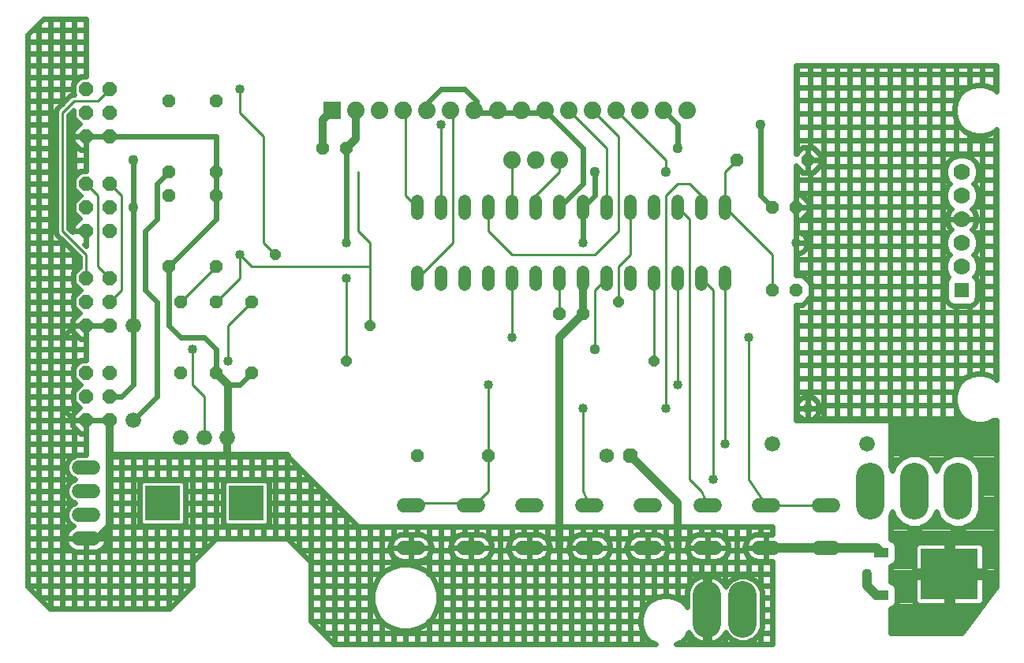
<source format=gtl>
G75*
%MOIN*%
%OFA0B0*%
%FSLAX24Y24*%
%IPPOS*%
%LPD*%
%AMOC8*
5,1,8,0,0,1.08239X$1,22.5*
%
%ADD10R,0.0740X0.0740*%
%ADD11C,0.0740*%
%ADD12C,0.0520*%
%ADD13OC8,0.0520*%
%ADD14OC8,0.0620*%
%ADD15C,0.0620*%
%ADD16C,0.0660*%
%ADD17R,0.1500X0.1500*%
%ADD18R,0.2441X0.2126*%
%ADD19R,0.0630X0.0394*%
%ADD20R,0.0594X0.0594*%
%ADD21C,0.0700*%
%ADD22C,0.0600*%
%ADD23OC8,0.0600*%
%ADD24C,0.1185*%
%ADD25C,0.1200*%
%ADD26C,0.0240*%
%ADD27C,0.0320*%
%ADD28C,0.0400*%
%ADD29C,0.0436*%
%ADD30C,0.0400*%
%ADD31C,0.0100*%
%ADD32C,0.0440*%
%ADD33OC8,0.0436*%
D10*
X019161Y028996D03*
D11*
X020161Y028996D03*
X021161Y028996D03*
X022161Y028996D03*
X023161Y028996D03*
X024161Y028996D03*
X025161Y028996D03*
X026161Y028996D03*
X027161Y028996D03*
X028161Y028996D03*
X029161Y028996D03*
X030161Y028996D03*
X031161Y028996D03*
X032161Y028996D03*
X033161Y028996D03*
X034161Y028996D03*
X028760Y026893D03*
X027760Y026893D03*
X026760Y026893D03*
D12*
X026760Y025153D02*
X026760Y024633D01*
X027760Y024633D02*
X027760Y025153D01*
X028760Y025153D02*
X028760Y024633D01*
X029760Y024633D02*
X029760Y025153D01*
X030760Y025153D02*
X030760Y024633D01*
X031760Y024633D02*
X031760Y025153D01*
X032760Y025153D02*
X032760Y024633D01*
X033760Y024633D02*
X033760Y025153D01*
X034760Y025153D02*
X034760Y024633D01*
X035760Y024633D02*
X035760Y025153D01*
X035760Y022153D02*
X035760Y021633D01*
X034760Y021633D02*
X034760Y022153D01*
X033760Y022153D02*
X033760Y021633D01*
X032760Y021633D02*
X032760Y022153D01*
X031760Y022153D02*
X031760Y021633D01*
X030760Y021633D02*
X030760Y022153D01*
X029760Y022153D02*
X029760Y021633D01*
X028760Y021633D02*
X028760Y022153D01*
X027760Y022153D02*
X027760Y021633D01*
X026760Y021633D02*
X026760Y022153D01*
X025760Y022153D02*
X025760Y021633D01*
X024760Y021633D02*
X024760Y022153D01*
X023760Y022153D02*
X023760Y021633D01*
X022760Y021633D02*
X022760Y022153D01*
X022760Y024633D02*
X022760Y025153D01*
X023760Y025153D02*
X023760Y024633D01*
X024760Y024633D02*
X024760Y025153D01*
X025760Y025153D02*
X025760Y024633D01*
D13*
X028760Y020393D03*
X029760Y020393D03*
X037760Y021393D03*
X038760Y021393D03*
X038760Y024893D03*
X037760Y024893D03*
X039260Y026893D03*
X036260Y026893D03*
X025760Y014393D03*
X022760Y014393D03*
X015760Y017893D03*
X014260Y017893D03*
X012760Y017893D03*
X012760Y020893D03*
X014260Y020893D03*
X015760Y020893D03*
X014260Y022393D03*
X012260Y022393D03*
X012260Y025393D03*
X012260Y026393D03*
X014260Y026393D03*
X014260Y025393D03*
X018760Y027393D03*
X019760Y027393D03*
X014260Y029393D03*
X012260Y029393D03*
D14*
X031760Y014393D03*
D15*
X030760Y014393D03*
D16*
X037760Y014893D03*
X041760Y014893D03*
X014744Y015149D03*
X013760Y015149D03*
X012775Y015149D03*
X010760Y015893D03*
X010760Y019893D03*
D17*
X011988Y012393D03*
X015531Y012393D03*
D18*
X045244Y009393D03*
D19*
X042370Y008496D03*
X042370Y010291D03*
D20*
X045760Y021393D03*
D21*
X045760Y022393D03*
X045760Y023393D03*
X045760Y024393D03*
X045760Y025393D03*
X045760Y026393D03*
D22*
X040340Y012283D02*
X039740Y012283D01*
X037780Y012283D02*
X037180Y012283D01*
X035340Y012283D02*
X034740Y012283D01*
X032780Y012283D02*
X032180Y012283D01*
X030340Y012283D02*
X029740Y012283D01*
X027780Y012283D02*
X027180Y012283D01*
X025340Y012283D02*
X024740Y012283D01*
X022780Y012283D02*
X022180Y012283D01*
X022180Y010503D02*
X022780Y010503D01*
X024740Y010503D02*
X025340Y010503D01*
X027180Y010503D02*
X027780Y010503D01*
X029740Y010503D02*
X030340Y010503D01*
X032180Y010503D02*
X032780Y010503D01*
X034740Y010503D02*
X035340Y010503D01*
X037180Y010503D02*
X037780Y010503D01*
X039740Y010503D02*
X040340Y010503D01*
X009060Y010893D02*
X008460Y010893D01*
X008460Y011893D02*
X009060Y011893D01*
X009060Y012893D02*
X008460Y012893D01*
X008460Y013893D02*
X009060Y013893D01*
D23*
X008760Y015893D03*
X009760Y015893D03*
X009760Y016893D03*
X009760Y017893D03*
X008760Y017893D03*
X008760Y016893D03*
X008760Y019893D03*
X009760Y019893D03*
X009760Y020893D03*
X009760Y021893D03*
X008760Y021893D03*
X008760Y020893D03*
X008760Y023893D03*
X009760Y023893D03*
X009760Y024893D03*
X008760Y024893D03*
X008760Y025893D03*
X009760Y025893D03*
X009760Y027893D03*
X009760Y028893D03*
X008760Y028893D03*
X008760Y027893D03*
X008760Y029893D03*
X009760Y029893D03*
D24*
X035010Y008486D02*
X035010Y007301D01*
X036510Y007301D02*
X036510Y008486D01*
D25*
X041910Y012293D02*
X041910Y013493D01*
X043760Y013493D02*
X043760Y012293D01*
X045610Y012293D02*
X045610Y013493D01*
D26*
X007240Y007913D02*
X006280Y008873D01*
X006280Y032178D01*
X006975Y032873D01*
X008760Y032873D01*
X008760Y030413D01*
X008544Y030413D01*
X008240Y030109D01*
X008240Y029678D01*
X008254Y029663D01*
X008206Y029663D01*
X008107Y029622D01*
X008031Y029546D01*
X007531Y029046D01*
X007490Y028947D01*
X007490Y023840D01*
X007531Y023740D01*
X007607Y023664D01*
X008490Y022781D01*
X008490Y022359D01*
X008240Y022109D01*
X008240Y021678D01*
X008524Y021393D01*
X008240Y021109D01*
X008240Y020678D01*
X008489Y020429D01*
X008190Y020129D01*
X008190Y019893D01*
X008190Y019657D01*
X008523Y019323D01*
X008760Y019323D01*
X008760Y019893D01*
X008760Y018413D01*
X008544Y018413D01*
X008240Y018109D01*
X008240Y017678D01*
X008524Y017393D01*
X008240Y017109D01*
X008240Y016678D01*
X008489Y016429D01*
X008190Y016129D01*
X008190Y015893D01*
X008190Y015657D01*
X008523Y015323D01*
X008760Y015323D01*
X008760Y015893D01*
X008760Y014413D01*
X008356Y014413D01*
X008165Y014334D01*
X008019Y014188D01*
X007940Y013997D01*
X007940Y013790D01*
X008019Y013599D01*
X008165Y013452D01*
X008308Y013393D01*
X008165Y013334D01*
X008019Y013188D01*
X007940Y012997D01*
X007940Y012790D01*
X008019Y012599D01*
X008165Y012452D01*
X008308Y012393D01*
X008165Y012334D01*
X008019Y012188D01*
X007940Y011997D01*
X007940Y011790D01*
X008019Y011599D01*
X008165Y011452D01*
X008240Y011421D01*
X008161Y011381D01*
X008088Y011328D01*
X008025Y011265D01*
X007972Y011192D01*
X007931Y011112D01*
X007904Y011027D01*
X007890Y010938D01*
X007890Y010893D01*
X007890Y010848D01*
X007904Y010760D01*
X007931Y010675D01*
X007972Y010595D01*
X008025Y010522D01*
X008088Y010459D01*
X008161Y010406D01*
X008241Y010365D01*
X008326Y010337D01*
X008415Y010323D01*
X008760Y010323D01*
X009104Y010323D01*
X009193Y010337D01*
X009278Y010365D01*
X009358Y010406D01*
X009431Y010459D01*
X009494Y010522D01*
X009547Y010595D01*
X009588Y010675D01*
X009615Y010760D01*
X009630Y010848D01*
X009630Y010893D01*
X008760Y010893D01*
X008760Y010893D01*
X008760Y010323D01*
X008760Y010893D01*
X008760Y010893D01*
X009260Y010893D01*
X009260Y010893D01*
X009630Y010893D01*
X009630Y010938D01*
X009615Y011027D01*
X009588Y011112D01*
X009551Y011185D01*
X009760Y011393D01*
X020260Y011393D01*
X020260Y006413D01*
X020760Y006413D02*
X020760Y011393D01*
X021260Y011393D02*
X021260Y009380D01*
X021273Y009393D02*
X018260Y009393D01*
X018260Y008893D02*
X020939Y008893D01*
X020950Y008936D02*
X020855Y008578D01*
X020855Y008208D01*
X020950Y007851D01*
X021135Y007531D01*
X021397Y007269D01*
X021717Y007084D01*
X022075Y006988D01*
X022444Y006988D01*
X022802Y007084D01*
X023122Y007269D01*
X023384Y007531D01*
X023569Y007851D01*
X023665Y008208D01*
X023665Y008578D01*
X023569Y008936D01*
X023384Y009256D01*
X023122Y009518D01*
X022802Y009703D01*
X022444Y009798D01*
X022075Y009798D01*
X021717Y009703D01*
X021397Y009518D01*
X021135Y009256D01*
X020950Y008936D01*
X020855Y008393D02*
X018260Y008393D01*
X018260Y007893D02*
X020939Y007893D01*
X021260Y007406D02*
X021260Y006413D01*
X021760Y006413D02*
X021760Y007073D01*
X022260Y006988D02*
X022260Y006413D01*
X022760Y006413D02*
X022760Y007073D01*
X023246Y007393D02*
X032188Y007393D01*
X032188Y007252D02*
X032261Y006980D01*
X032402Y006736D01*
X032602Y006536D01*
X032815Y006413D01*
X019240Y006413D01*
X018260Y007393D01*
X018260Y013393D01*
X009760Y013393D01*
X009760Y013893D02*
X017760Y013893D01*
X017760Y010393D01*
X021620Y010393D01*
X021624Y010370D02*
X021651Y010285D01*
X021692Y010205D01*
X021745Y010132D01*
X021808Y010069D01*
X021881Y010016D01*
X021961Y009975D01*
X022046Y009947D01*
X022135Y009933D01*
X022480Y009933D01*
X022824Y009933D01*
X022913Y009947D01*
X022998Y009975D01*
X023078Y010016D01*
X023151Y010069D01*
X023214Y010132D01*
X023267Y010205D01*
X023308Y010285D01*
X023335Y010370D01*
X023350Y010458D01*
X023350Y010503D01*
X022480Y010503D01*
X022480Y010503D01*
X022480Y009933D01*
X022480Y010503D01*
X022480Y010503D01*
X023350Y010503D01*
X023350Y010548D01*
X023335Y010637D01*
X023308Y010722D01*
X023267Y010802D01*
X023214Y010875D01*
X023151Y010938D01*
X023078Y010991D01*
X022998Y011032D01*
X022913Y011059D01*
X022824Y011073D01*
X022480Y011073D01*
X022480Y010503D01*
X022480Y010503D01*
X021610Y010503D01*
X021610Y010458D01*
X021624Y010370D01*
X021610Y010503D02*
X022480Y010503D01*
X022480Y010503D01*
X022480Y011073D01*
X022135Y011073D01*
X022046Y011059D01*
X021961Y011032D01*
X021881Y010991D01*
X021808Y010938D01*
X021745Y010875D01*
X021692Y010802D01*
X021651Y010722D01*
X021624Y010637D01*
X021610Y010548D01*
X021610Y010503D01*
X021760Y010503D02*
X021760Y010503D01*
X021760Y010117D02*
X021760Y009714D01*
X022260Y009798D02*
X022260Y009933D01*
X022760Y009933D02*
X022760Y009714D01*
X023246Y009393D02*
X037760Y009393D01*
X037760Y008893D02*
X037220Y008893D01*
X037198Y008946D02*
X036970Y009175D01*
X036671Y009298D01*
X036348Y009298D01*
X036049Y009175D01*
X035821Y008946D01*
X035787Y008864D01*
X035785Y008868D01*
X035728Y008966D01*
X035659Y009056D01*
X035579Y009136D01*
X035490Y009204D01*
X035392Y009261D01*
X035287Y009304D01*
X035178Y009334D01*
X035087Y009346D01*
X035087Y007971D01*
X034932Y007971D01*
X034932Y009346D01*
X034841Y009334D01*
X034732Y009304D01*
X034627Y009261D01*
X034529Y009204D01*
X034440Y009136D01*
X034360Y009056D01*
X034291Y008966D01*
X034234Y008868D01*
X034191Y008764D01*
X034162Y008654D01*
X034147Y008542D01*
X034147Y007998D01*
X034117Y008051D01*
X033917Y008250D01*
X033673Y008391D01*
X033401Y008464D01*
X033118Y008464D01*
X032846Y008391D01*
X032602Y008250D01*
X032402Y008051D01*
X032261Y007807D01*
X032188Y007534D01*
X032188Y007252D01*
X032260Y006987D02*
X032260Y006413D01*
X032311Y006893D02*
X018760Y006893D01*
X018760Y012893D01*
X016501Y012893D01*
X016501Y013234D02*
X016372Y013363D01*
X014690Y013363D01*
X014561Y013234D01*
X014561Y011552D01*
X014690Y011423D01*
X016372Y011423D01*
X016501Y011552D01*
X016501Y013234D01*
X016260Y013363D02*
X016260Y014393D01*
X016760Y014393D02*
X016760Y010893D01*
X017260Y010893D02*
X017260Y014393D01*
X020260Y011393D01*
X037760Y011393D01*
X037760Y011073D01*
X037480Y011073D01*
X037480Y010503D01*
X037480Y009933D01*
X037760Y009933D01*
X037760Y006413D01*
X033704Y006413D01*
X033917Y006536D01*
X034117Y006736D01*
X034229Y006931D01*
X034234Y006919D01*
X034291Y006821D01*
X034360Y006731D01*
X034440Y006651D01*
X034529Y006582D01*
X034627Y006526D01*
X034732Y006482D01*
X034841Y006453D01*
X034932Y006441D01*
X034932Y007816D01*
X035087Y007816D01*
X035087Y006441D01*
X035178Y006453D01*
X035287Y006482D01*
X035392Y006526D01*
X035490Y006582D01*
X035579Y006651D01*
X035659Y006731D01*
X035728Y006821D01*
X035785Y006919D01*
X035787Y006923D01*
X035821Y006841D01*
X036049Y006612D01*
X036348Y006488D01*
X036671Y006488D01*
X036970Y006612D01*
X037198Y006841D01*
X037322Y007139D01*
X037322Y008647D01*
X037198Y008946D01*
X037260Y008798D02*
X037260Y009933D01*
X037135Y009933D02*
X037480Y009933D01*
X037480Y010503D01*
X037480Y010503D01*
X037480Y010503D01*
X036610Y010503D01*
X036610Y010458D01*
X036624Y010370D01*
X036651Y010285D01*
X036692Y010205D01*
X036745Y010132D01*
X036808Y010069D01*
X036881Y010016D01*
X036961Y009975D01*
X037046Y009947D01*
X037135Y009933D01*
X036760Y010117D02*
X036760Y009262D01*
X036260Y009262D02*
X036260Y011393D01*
X036760Y011393D02*
X036760Y010889D01*
X036763Y010893D02*
X035756Y010893D01*
X035760Y010889D02*
X035760Y011393D01*
X035558Y011032D02*
X035473Y011059D01*
X035384Y011073D01*
X035040Y011073D01*
X035040Y010503D01*
X035040Y010503D01*
X035910Y010503D01*
X035910Y010458D01*
X035895Y010370D01*
X035868Y010285D01*
X035827Y010205D01*
X035774Y010132D01*
X035711Y010069D01*
X035638Y010016D01*
X035558Y009975D01*
X035473Y009947D01*
X035384Y009933D01*
X035040Y009933D01*
X035040Y010503D01*
X035040Y010503D01*
X035910Y010503D01*
X035910Y010548D01*
X035895Y010637D01*
X035868Y010722D01*
X035827Y010802D01*
X035774Y010875D01*
X035711Y010938D01*
X035638Y010991D01*
X035558Y011032D01*
X035260Y011073D02*
X035260Y011393D01*
X035040Y011073D02*
X034695Y011073D01*
X034606Y011059D01*
X034521Y011032D01*
X034441Y010991D01*
X034368Y010938D01*
X034305Y010875D01*
X034252Y010802D01*
X034211Y010722D01*
X034184Y010637D01*
X034170Y010548D01*
X034170Y010503D01*
X034170Y010458D01*
X034184Y010370D01*
X034211Y010285D01*
X034252Y010205D01*
X034305Y010132D01*
X034368Y010069D01*
X034441Y010016D01*
X034521Y009975D01*
X034606Y009947D01*
X034695Y009933D01*
X035040Y009933D01*
X035040Y010503D01*
X035040Y010503D01*
X034170Y010503D01*
X035040Y010503D01*
X035040Y010503D01*
X035040Y011073D01*
X035040Y010893D02*
X035040Y010893D01*
X034760Y011073D02*
X034760Y011393D01*
X034260Y011393D02*
X034260Y010812D01*
X034323Y010893D02*
X033196Y010893D01*
X033214Y010875D02*
X033151Y010938D01*
X033078Y010991D01*
X032998Y011032D01*
X032913Y011059D01*
X032824Y011073D01*
X032480Y011073D01*
X032480Y010503D01*
X032480Y010503D01*
X033350Y010503D01*
X033350Y010458D01*
X033335Y010370D01*
X033308Y010285D01*
X033267Y010205D01*
X033214Y010132D01*
X033151Y010069D01*
X033078Y010016D01*
X032998Y009975D01*
X032913Y009947D01*
X032824Y009933D01*
X032480Y009933D01*
X032480Y010503D01*
X032480Y010503D01*
X033350Y010503D01*
X033350Y010548D01*
X033335Y010637D01*
X033308Y010722D01*
X033267Y010802D01*
X033214Y010875D01*
X033260Y010812D02*
X033260Y011393D01*
X033760Y011393D02*
X033760Y008342D01*
X033666Y008393D02*
X034147Y008393D01*
X034249Y008893D02*
X023580Y008893D01*
X023665Y008393D02*
X032853Y008393D01*
X032760Y008342D02*
X032760Y009933D01*
X032480Y009933D02*
X032480Y010503D01*
X032480Y010503D01*
X031610Y010503D01*
X031610Y010458D01*
X031624Y010370D01*
X031651Y010285D01*
X031692Y010205D01*
X031745Y010132D01*
X031808Y010069D01*
X031881Y010016D01*
X031961Y009975D01*
X032046Y009947D01*
X032135Y009933D01*
X032480Y009933D01*
X032260Y009933D02*
X032260Y007800D01*
X032311Y007893D02*
X023580Y007893D01*
X023260Y007406D02*
X023260Y006413D01*
X023760Y006413D02*
X023760Y011393D01*
X024260Y011393D02*
X024260Y010812D01*
X024252Y010802D02*
X024211Y010722D01*
X024184Y010637D01*
X024170Y010548D01*
X024170Y010503D01*
X024170Y010458D01*
X024184Y010370D01*
X024211Y010285D01*
X024252Y010205D01*
X024305Y010132D01*
X024368Y010069D01*
X024441Y010016D01*
X024521Y009975D01*
X024606Y009947D01*
X024695Y009933D01*
X025040Y009933D01*
X025384Y009933D01*
X025473Y009947D01*
X025558Y009975D01*
X025638Y010016D01*
X025711Y010069D01*
X025774Y010132D01*
X025827Y010205D01*
X025868Y010285D01*
X025895Y010370D01*
X025910Y010458D01*
X025910Y010503D01*
X025040Y010503D01*
X025040Y010503D01*
X025040Y009933D01*
X025040Y010503D01*
X025040Y010503D01*
X025910Y010503D01*
X025910Y010548D01*
X025895Y010637D01*
X025868Y010722D01*
X025827Y010802D01*
X025774Y010875D01*
X025711Y010938D01*
X025638Y010991D01*
X025558Y011032D01*
X025473Y011059D01*
X025384Y011073D01*
X025040Y011073D01*
X025040Y010503D01*
X025040Y010503D01*
X024170Y010503D01*
X025040Y010503D01*
X025040Y010503D01*
X025040Y011073D01*
X024695Y011073D01*
X024606Y011059D01*
X024521Y011032D01*
X024441Y010991D01*
X024368Y010938D01*
X024305Y010875D01*
X024252Y010802D01*
X024323Y010893D02*
X023196Y010893D01*
X023260Y010812D02*
X023260Y011393D01*
X022760Y011393D02*
X022760Y011073D01*
X022480Y010893D02*
X022480Y010893D01*
X022260Y011073D02*
X022260Y011393D01*
X021760Y011393D02*
X021760Y010889D01*
X021763Y010893D02*
X009260Y010893D01*
X009260Y010893D01*
X008760Y010893D01*
X008760Y007913D01*
X008760Y010893D01*
X008760Y007913D01*
X012280Y007913D01*
X013260Y008893D01*
X008760Y008893D01*
X006280Y008893D01*
X006280Y009393D02*
X008760Y009393D01*
X013260Y009393D01*
X013260Y009893D02*
X013260Y008893D01*
X012760Y008393D02*
X012760Y011423D01*
X012829Y011423D02*
X012958Y011552D01*
X012958Y013234D01*
X012829Y013363D01*
X011147Y013363D01*
X011018Y013234D01*
X011018Y011552D01*
X011147Y011423D01*
X012829Y011423D01*
X012958Y011893D02*
X014561Y011893D01*
X014561Y012393D02*
X012958Y012393D01*
X012958Y012893D02*
X014561Y012893D01*
X014760Y013363D02*
X014760Y014393D01*
X015260Y014393D02*
X015260Y013363D01*
X015760Y013363D02*
X015760Y014393D01*
X017260Y014393D02*
X009760Y014393D01*
X009760Y007913D01*
X010260Y007913D02*
X010260Y014393D01*
X010760Y014393D02*
X010760Y007913D01*
X011260Y007913D02*
X011260Y011423D01*
X011760Y011423D02*
X011760Y007913D01*
X012260Y007913D02*
X012260Y011423D01*
X011018Y011893D02*
X009760Y011893D01*
X009760Y011393D02*
X009760Y014393D01*
X008760Y014893D02*
X006280Y014893D01*
X006280Y015393D02*
X008453Y015393D01*
X008260Y015587D02*
X008260Y014373D01*
X008308Y014393D02*
X006280Y014393D01*
X006280Y013893D02*
X007940Y013893D01*
X008260Y013413D02*
X008260Y013373D01*
X008308Y013393D02*
X006280Y013393D01*
X006280Y012893D02*
X007940Y012893D01*
X008260Y012413D02*
X008260Y012373D01*
X008308Y012393D02*
X006280Y012393D01*
X006280Y011893D02*
X007940Y011893D01*
X008185Y011393D02*
X006280Y011393D01*
X006280Y010893D02*
X008760Y010893D01*
X008760Y010893D01*
X007890Y010893D01*
X008760Y010893D01*
X008760Y010893D01*
X008760Y010393D02*
X008760Y010393D01*
X008760Y010393D01*
X008760Y009893D02*
X013260Y009893D01*
X013260Y014393D01*
X013760Y014393D02*
X013760Y010393D01*
X009334Y010393D01*
X009260Y010359D02*
X009260Y007913D01*
X008760Y007913D02*
X007240Y007913D01*
X007260Y007913D02*
X007260Y032873D01*
X007760Y032873D02*
X007760Y029275D01*
X007878Y029393D02*
X006280Y029393D01*
X006280Y029893D02*
X008240Y029893D01*
X008260Y030129D02*
X008260Y032873D01*
X008760Y032393D02*
X006495Y032393D01*
X006760Y032658D02*
X006760Y008393D01*
X008760Y008393D01*
X012760Y008393D01*
X013260Y009893D02*
X014260Y010893D01*
X014260Y014393D01*
X012760Y014393D02*
X012760Y013363D01*
X012260Y013363D02*
X012260Y014393D01*
X011760Y014393D02*
X011760Y013363D01*
X011260Y013363D02*
X011260Y014393D01*
X011018Y012893D02*
X009760Y012893D01*
X009760Y012393D02*
X011018Y012393D01*
X008260Y010893D02*
X008260Y010893D01*
X008185Y010393D02*
X006280Y010393D01*
X006280Y009893D02*
X008760Y009893D01*
X008260Y010359D02*
X008260Y007913D01*
X007760Y007913D02*
X007760Y023511D01*
X007878Y023393D02*
X006280Y023393D01*
X006280Y022893D02*
X008378Y022893D01*
X008260Y023011D02*
X008260Y022129D01*
X008240Y021893D02*
X006280Y021893D01*
X006280Y021393D02*
X008524Y021393D01*
X008260Y021129D02*
X008260Y021658D01*
X008240Y020893D02*
X006280Y020893D01*
X006280Y020393D02*
X008453Y020393D01*
X008260Y020199D02*
X008260Y020658D01*
X008260Y019893D02*
X008260Y019893D01*
X008760Y019893D01*
X008760Y019893D01*
X009760Y019893D01*
X010760Y019893D02*
X010760Y024893D01*
X010760Y026893D01*
X011760Y025893D02*
X012260Y026393D01*
X011760Y025893D02*
X011760Y024393D01*
X011260Y023893D01*
X011260Y021393D01*
X011760Y020893D01*
X011760Y016893D01*
X010760Y015893D01*
X009760Y015893D02*
X008760Y015893D01*
X008760Y015893D01*
X008260Y015893D01*
X008260Y015893D01*
X007760Y016393D01*
X007760Y019393D01*
X008260Y019893D01*
X008190Y019893D02*
X008760Y019893D01*
X008760Y019893D01*
X006280Y019893D01*
X006280Y019393D02*
X008453Y019393D01*
X008260Y019587D02*
X008260Y018129D01*
X008240Y017893D02*
X006280Y017893D01*
X006280Y017393D02*
X008524Y017393D01*
X008260Y017129D02*
X008260Y017658D01*
X008524Y018393D02*
X006280Y018393D01*
X006280Y018893D02*
X008760Y018893D01*
X008760Y019393D02*
X008760Y019393D01*
X008760Y019893D02*
X008190Y019893D01*
X010760Y019893D02*
X010760Y017393D01*
X010260Y016893D01*
X009760Y016893D01*
X008453Y016393D02*
X006280Y016393D01*
X006280Y015893D02*
X008760Y015893D01*
X008190Y015893D01*
X008760Y015893D01*
X008760Y015893D01*
X008760Y015393D02*
X008760Y015393D01*
X008260Y016199D02*
X008260Y016658D01*
X008240Y016893D02*
X006280Y016893D01*
X012260Y019893D02*
X012760Y019393D01*
X013760Y019393D01*
X014260Y018893D01*
X014260Y017893D01*
X014760Y017393D02*
X015260Y017393D01*
X015760Y017893D01*
X012260Y019893D02*
X012260Y022393D01*
X014260Y024393D01*
X014260Y025393D01*
X014260Y026393D01*
X014260Y027893D01*
X009760Y027893D01*
X008760Y027893D01*
X008760Y026413D01*
X008544Y026413D01*
X008240Y026109D01*
X008240Y025678D01*
X008524Y025393D01*
X008240Y025109D01*
X008240Y024678D01*
X008489Y024429D01*
X008190Y024129D01*
X008190Y023893D01*
X008190Y023845D01*
X008030Y024005D01*
X008030Y028781D01*
X008240Y028991D01*
X008240Y028678D01*
X008489Y028429D01*
X008190Y028129D01*
X008190Y027893D01*
X008190Y027657D01*
X008523Y027323D01*
X008760Y027323D01*
X008760Y027893D01*
X008760Y027893D01*
X008190Y027893D01*
X008760Y027893D01*
X008760Y027893D01*
X008030Y027893D01*
X008260Y027893D02*
X008260Y027893D01*
X008260Y027587D02*
X008260Y026129D01*
X008240Y025893D02*
X008030Y025893D01*
X008260Y025658D02*
X008260Y025129D01*
X008240Y024893D02*
X008030Y024893D01*
X008260Y024658D02*
X008260Y024199D01*
X008453Y024393D02*
X008030Y024393D01*
X008141Y023893D02*
X008760Y023893D01*
X008760Y023275D01*
X008711Y023323D01*
X008760Y023323D01*
X008760Y023893D01*
X008760Y023893D01*
X008190Y023893D01*
X008760Y023893D01*
X008760Y023893D01*
X008260Y023893D02*
X008260Y023893D01*
X008760Y023393D02*
X008760Y023393D01*
X008490Y022393D02*
X006280Y022393D01*
X006280Y023893D02*
X007490Y023893D01*
X007490Y024393D02*
X006280Y024393D01*
X006280Y024893D02*
X007490Y024893D01*
X007490Y025393D02*
X006280Y025393D01*
X006280Y025893D02*
X007490Y025893D01*
X007490Y026393D02*
X006280Y026393D01*
X006280Y026893D02*
X007490Y026893D01*
X007490Y027393D02*
X006280Y027393D01*
X006280Y027893D02*
X007490Y027893D01*
X007490Y028393D02*
X006280Y028393D01*
X006280Y028893D02*
X007490Y028893D01*
X008141Y028893D02*
X008240Y028893D01*
X008260Y028658D02*
X008260Y028199D01*
X008453Y028393D02*
X008030Y028393D01*
X008030Y027393D02*
X008453Y027393D01*
X008760Y027393D02*
X008760Y027393D01*
X008760Y026893D02*
X008030Y026893D01*
X008030Y026393D02*
X008524Y026393D01*
X008524Y025393D02*
X008030Y025393D01*
X008524Y030393D02*
X006280Y030393D01*
X006280Y030893D02*
X008760Y030893D01*
X008760Y031393D02*
X006280Y031393D01*
X006280Y031893D02*
X008760Y031893D01*
X019760Y027393D02*
X019760Y023393D01*
X025260Y028893D02*
X025161Y028992D01*
X025161Y028996D01*
X025260Y029094D01*
X025260Y029393D01*
X024760Y029893D01*
X023760Y029893D01*
X023161Y029295D01*
X023161Y028996D01*
X025260Y028893D02*
X026260Y028893D01*
X026161Y028996D01*
X026260Y028893D02*
X027260Y028893D01*
X027161Y028996D01*
X027260Y028893D02*
X028260Y028893D01*
X028161Y028996D01*
X028260Y028893D02*
X029760Y027393D01*
X029760Y025893D01*
X028760Y024893D01*
X029760Y024893D02*
X030260Y025393D01*
X030260Y026393D01*
X029760Y024893D02*
X029760Y023393D01*
X033760Y027393D02*
X033760Y028397D01*
X033161Y028996D01*
X037260Y028393D02*
X037260Y025393D01*
X037760Y024893D01*
X038760Y024893D02*
X038760Y026644D01*
X039040Y026363D01*
X039260Y026363D01*
X039479Y026363D01*
X039790Y026674D01*
X039790Y026893D01*
X039260Y026893D01*
X039260Y026893D01*
X039260Y026363D01*
X039260Y026893D01*
X039260Y026893D01*
X039790Y026893D01*
X039790Y027113D01*
X039479Y027423D01*
X039260Y027423D01*
X039260Y026893D01*
X039260Y026893D01*
X039260Y027423D01*
X039040Y027423D01*
X038760Y027143D01*
X038760Y030893D01*
X047240Y030893D01*
X047240Y029794D01*
X047181Y029853D01*
X046937Y029994D01*
X046664Y030067D01*
X046382Y030067D01*
X046110Y029994D01*
X045866Y029853D01*
X045666Y029653D01*
X045525Y029409D01*
X045452Y029137D01*
X045452Y028855D01*
X045525Y028582D01*
X045666Y028338D01*
X045866Y028139D01*
X046110Y027997D01*
X046382Y027924D01*
X046664Y027924D01*
X046937Y027997D01*
X047181Y028139D01*
X047240Y028197D01*
X047240Y017590D01*
X047181Y017648D01*
X046937Y017789D01*
X046664Y017862D01*
X046382Y017862D01*
X046110Y017789D01*
X045866Y017648D01*
X045666Y017449D01*
X045525Y017204D01*
X045452Y016932D01*
X045452Y016650D01*
X045525Y016377D01*
X045666Y016133D01*
X045866Y015934D01*
X045936Y015893D01*
X038760Y015893D01*
X038760Y020773D01*
X039016Y020773D01*
X039380Y021136D01*
X039380Y021650D01*
X039016Y022013D01*
X038760Y022013D01*
X038760Y023393D01*
X038760Y023393D01*
X039230Y023393D01*
X039230Y023356D01*
X039218Y023283D01*
X039195Y023213D01*
X039161Y023147D01*
X039118Y023087D01*
X039066Y023035D01*
X039006Y022991D01*
X038940Y022958D01*
X038870Y022935D01*
X038797Y022923D01*
X038760Y022923D01*
X038760Y023393D01*
X038760Y023393D01*
X039230Y023393D01*
X039230Y023430D01*
X039218Y023503D01*
X039195Y023574D01*
X039161Y023640D01*
X039118Y023699D01*
X039066Y023752D01*
X039006Y023795D01*
X038940Y023829D01*
X038870Y023852D01*
X038797Y023863D01*
X038760Y023863D01*
X038760Y023393D01*
X038760Y023393D01*
X038760Y024893D01*
X038760Y024893D01*
X039290Y024893D01*
X039290Y024674D01*
X038979Y024363D01*
X038760Y024363D01*
X038760Y024893D01*
X038760Y024893D01*
X039290Y024893D01*
X039290Y025113D01*
X038979Y025423D01*
X038760Y025423D01*
X038760Y024893D01*
X038760Y024893D01*
X038800Y024893D02*
X038800Y024893D01*
X038760Y024933D02*
X038760Y024933D01*
X038800Y025423D02*
X038800Y026604D01*
X038790Y026613D02*
X038760Y026613D01*
X039260Y026613D02*
X039260Y026613D01*
X039360Y026363D02*
X039360Y021670D01*
X039380Y021573D02*
X045103Y021573D01*
X045103Y021762D02*
X045103Y021025D01*
X045157Y020893D01*
X045259Y020791D01*
X045391Y020736D01*
X046128Y020736D01*
X046260Y020791D01*
X046362Y020893D01*
X046416Y021025D01*
X046416Y021762D01*
X046362Y021894D01*
X046313Y021943D01*
X046361Y021991D01*
X046470Y022252D01*
X046470Y022535D01*
X046361Y022795D01*
X046264Y022893D01*
X046361Y022991D01*
X046470Y023252D01*
X046470Y023535D01*
X046361Y023795D01*
X046200Y023957D01*
X046232Y023989D01*
X046290Y024068D01*
X046334Y024155D01*
X046364Y024248D01*
X046380Y024345D01*
X046380Y024393D01*
X045760Y024393D01*
X045760Y024393D01*
X046380Y024393D01*
X046380Y024442D01*
X046364Y024538D01*
X046334Y024631D01*
X046290Y024718D01*
X046232Y024797D01*
X046200Y024830D01*
X046361Y024991D01*
X046470Y025252D01*
X046470Y025535D01*
X046361Y025795D01*
X046264Y025893D01*
X046361Y025991D01*
X046470Y026252D01*
X046470Y026535D01*
X046361Y026795D01*
X046162Y026995D01*
X045901Y027103D01*
X045618Y027103D01*
X045357Y026995D01*
X045158Y026795D01*
X045050Y026535D01*
X045050Y026252D01*
X045158Y025991D01*
X045255Y025893D01*
X045158Y025795D01*
X045050Y025535D01*
X045050Y025252D01*
X045158Y024991D01*
X045319Y024830D01*
X045287Y024797D01*
X045229Y024718D01*
X045185Y024631D01*
X045155Y024538D01*
X045140Y024442D01*
X045140Y024393D01*
X045140Y024345D01*
X045155Y024248D01*
X045185Y024155D01*
X045229Y024068D01*
X045287Y023989D01*
X045319Y023957D01*
X045158Y023795D01*
X045050Y023535D01*
X045050Y023252D01*
X045158Y022991D01*
X045255Y022893D01*
X045158Y022795D01*
X045050Y022535D01*
X045050Y022252D01*
X045158Y021991D01*
X045206Y021943D01*
X045157Y021894D01*
X045103Y021762D01*
X045099Y022133D02*
X038760Y022133D01*
X038800Y022013D02*
X038800Y022924D01*
X038760Y022693D02*
X045115Y022693D01*
X045050Y023253D02*
X039208Y023253D01*
X038800Y023393D02*
X038800Y023393D01*
X038760Y023253D02*
X038760Y023253D01*
X038760Y023813D02*
X038760Y023813D01*
X038800Y023863D02*
X038800Y024363D01*
X038760Y024373D02*
X038760Y024373D01*
X038989Y024373D02*
X045140Y024373D01*
X045140Y024393D02*
X045760Y024393D01*
X045760Y024393D01*
X045140Y024393D01*
X045520Y024393D02*
X045520Y024393D01*
X045215Y024933D02*
X039290Y024933D01*
X038760Y025493D02*
X045050Y025493D01*
X045132Y026053D02*
X038760Y026053D01*
X039360Y026893D02*
X039360Y026893D01*
X039260Y027173D02*
X039260Y027173D01*
X039360Y027423D02*
X039360Y030893D01*
X038800Y030893D02*
X038800Y027183D01*
X038790Y027173D02*
X038760Y027173D01*
X038760Y027733D02*
X047240Y027733D01*
X047200Y028157D02*
X047200Y017630D01*
X047172Y017653D02*
X047240Y017653D01*
X047240Y018213D02*
X038760Y018213D01*
X038760Y017653D02*
X045875Y017653D01*
X046080Y017772D02*
X046080Y020736D01*
X046412Y021013D02*
X047240Y021013D01*
X047240Y020453D02*
X038760Y020453D01*
X038800Y020773D02*
X038800Y016557D01*
X038807Y016581D02*
X038783Y016508D01*
X038771Y016432D01*
X038771Y016393D01*
X038771Y016355D01*
X038783Y016279D01*
X038807Y016206D01*
X038842Y016137D01*
X038887Y016075D01*
X038942Y016021D01*
X039004Y015976D01*
X039072Y015941D01*
X039145Y015917D01*
X039221Y015905D01*
X039260Y015905D01*
X039298Y015905D01*
X039374Y015917D01*
X039447Y015941D01*
X039515Y015976D01*
X039577Y016021D01*
X039632Y016075D01*
X039677Y016137D01*
X039712Y016206D01*
X039736Y016279D01*
X039748Y016355D01*
X039748Y016393D01*
X039260Y016393D01*
X039260Y016393D01*
X039260Y015905D01*
X039260Y016393D01*
X039260Y016393D01*
X039748Y016393D01*
X039748Y016432D01*
X039736Y016508D01*
X039712Y016581D01*
X039677Y016649D01*
X039632Y016711D01*
X039577Y016766D01*
X039515Y016811D01*
X039447Y016846D01*
X039374Y016869D01*
X039298Y016881D01*
X039260Y016881D01*
X039260Y016393D01*
X039260Y016393D01*
X038771Y016393D01*
X039260Y016393D01*
X039260Y016393D01*
X039260Y016881D01*
X039221Y016881D01*
X039145Y016869D01*
X039072Y016846D01*
X039004Y016811D01*
X038942Y016766D01*
X038887Y016711D01*
X038842Y016649D01*
X038807Y016581D01*
X038792Y016533D02*
X038760Y016533D01*
X038800Y016393D02*
X038800Y016393D01*
X038800Y016229D02*
X038800Y015893D01*
X038760Y015973D02*
X039009Y015973D01*
X039260Y015973D02*
X039260Y015973D01*
X039360Y015915D02*
X039360Y015893D01*
X039510Y015973D02*
X045826Y015973D01*
X045936Y015893D02*
X046110Y015793D01*
X046382Y015720D01*
X046664Y015720D01*
X046937Y015793D01*
X047111Y015893D01*
X047240Y015893D01*
X047240Y008867D01*
X045760Y006893D01*
X042760Y006893D01*
X042760Y007940D01*
X042889Y007994D01*
X042990Y008095D01*
X043045Y008227D01*
X043045Y008764D01*
X042990Y008896D01*
X042889Y008998D01*
X042760Y009051D01*
X042760Y009735D01*
X042889Y009789D01*
X042990Y009890D01*
X043045Y010022D01*
X043045Y010559D01*
X042990Y010692D01*
X042889Y010793D01*
X042760Y010846D01*
X042760Y011837D01*
X042835Y012018D01*
X042946Y011750D01*
X043216Y011479D01*
X043569Y011333D01*
X043950Y011333D01*
X044303Y011479D01*
X044573Y011750D01*
X044685Y012018D01*
X044796Y011750D01*
X045066Y011479D01*
X045419Y011333D01*
X045800Y011333D01*
X046153Y011479D01*
X046423Y011750D01*
X046570Y012102D01*
X046570Y013684D01*
X046423Y014037D01*
X046153Y014307D01*
X045800Y014453D01*
X045419Y014453D01*
X045066Y014307D01*
X044796Y014037D01*
X044685Y013769D01*
X044573Y014037D01*
X044303Y014307D01*
X043950Y014453D01*
X043569Y014453D01*
X043216Y014307D01*
X042946Y014037D01*
X042835Y013769D01*
X042760Y013950D01*
X042760Y015893D01*
X045936Y015893D01*
X045520Y015893D02*
X045520Y016398D01*
X045483Y016533D02*
X039727Y016533D01*
X039360Y016393D02*
X039360Y016393D01*
X039260Y016533D02*
X039260Y016533D01*
X039360Y016872D02*
X039360Y021116D01*
X039256Y021013D02*
X045107Y021013D01*
X045520Y020736D02*
X045520Y017184D01*
X045495Y017093D02*
X038760Y017093D01*
X039920Y015893D02*
X039920Y030893D01*
X040480Y030893D02*
X040480Y015893D01*
X041040Y015893D02*
X041040Y030893D01*
X041600Y030893D02*
X041600Y015893D01*
X042160Y015893D02*
X042160Y030893D01*
X042720Y030893D02*
X042720Y015893D01*
X042760Y015672D02*
X047240Y015672D01*
X047240Y015433D02*
X042760Y015433D01*
X042760Y015195D02*
X047240Y015195D01*
X047240Y014956D02*
X042760Y014956D01*
X042760Y014718D02*
X047240Y014718D01*
X047240Y014479D02*
X042760Y014479D01*
X042760Y014241D02*
X043149Y014241D01*
X042931Y014002D02*
X042760Y014002D01*
X044370Y014241D02*
X044999Y014241D01*
X044781Y014002D02*
X044588Y014002D01*
X046220Y014241D02*
X047240Y014241D01*
X047240Y014002D02*
X046438Y014002D01*
X046537Y013764D02*
X047240Y013764D01*
X047240Y013525D02*
X046570Y013525D01*
X046570Y013287D02*
X047240Y013287D01*
X047240Y013048D02*
X046570Y013048D01*
X046570Y012810D02*
X047240Y012810D01*
X047240Y012571D02*
X046570Y012571D01*
X046570Y012333D02*
X047240Y012333D01*
X047240Y012094D02*
X046566Y012094D01*
X046467Y011856D02*
X047240Y011856D01*
X047240Y011617D02*
X046291Y011617D01*
X045910Y011379D02*
X047240Y011379D01*
X047240Y011140D02*
X042760Y011140D01*
X042760Y010902D02*
X047240Y010902D01*
X047240Y010663D02*
X046639Y010663D01*
X046636Y010666D02*
X046592Y010696D01*
X046543Y010716D01*
X046491Y010726D01*
X045364Y010726D01*
X045364Y009513D01*
X046734Y009513D01*
X046734Y010483D01*
X046724Y010535D01*
X046704Y010584D01*
X046674Y010628D01*
X046636Y010666D01*
X046734Y010425D02*
X047240Y010425D01*
X047240Y010186D02*
X046734Y010186D01*
X046734Y009948D02*
X047240Y009948D01*
X047240Y009709D02*
X046734Y009709D01*
X046734Y009273D02*
X046734Y008304D01*
X046724Y008252D01*
X046704Y008202D01*
X046674Y008158D01*
X046636Y008121D01*
X046592Y008091D01*
X046543Y008071D01*
X046491Y008060D01*
X045364Y008060D01*
X045364Y009273D01*
X045124Y009273D01*
X045124Y008060D01*
X043997Y008060D01*
X043945Y008071D01*
X043895Y008091D01*
X043851Y008121D01*
X043814Y008158D01*
X043784Y008202D01*
X043764Y008252D01*
X043753Y008304D01*
X043753Y009273D01*
X045124Y009273D01*
X045124Y009513D01*
X043753Y009513D01*
X043753Y010483D01*
X043764Y010535D01*
X043784Y010584D01*
X043814Y010628D01*
X043851Y010666D01*
X043895Y010696D01*
X043945Y010716D01*
X043997Y010726D01*
X045124Y010726D01*
X045124Y009513D01*
X045364Y009513D01*
X045364Y009273D01*
X046734Y009273D01*
X046734Y009232D02*
X047240Y009232D01*
X047240Y008994D02*
X046734Y008994D01*
X046734Y008755D02*
X047156Y008755D01*
X046977Y008517D02*
X046734Y008517D01*
X046729Y008278D02*
X046798Y008278D01*
X046619Y008040D02*
X042935Y008040D01*
X043045Y008278D02*
X043758Y008278D01*
X043753Y008517D02*
X043045Y008517D01*
X043045Y008755D02*
X043753Y008755D01*
X043753Y008994D02*
X042893Y008994D01*
X042760Y009232D02*
X043753Y009232D01*
X043753Y009709D02*
X042760Y009709D01*
X042760Y009471D02*
X045124Y009471D01*
X045124Y009709D02*
X045364Y009709D01*
X045364Y009471D02*
X047240Y009471D01*
X045364Y009232D02*
X045124Y009232D01*
X045124Y008994D02*
X045364Y008994D01*
X045364Y008755D02*
X045124Y008755D01*
X045124Y008517D02*
X045364Y008517D01*
X045364Y008278D02*
X045124Y008278D01*
X046262Y007563D02*
X042760Y007563D01*
X042760Y007801D02*
X046441Y007801D01*
X046083Y007324D02*
X042760Y007324D01*
X042760Y007086D02*
X045904Y007086D01*
X045364Y009948D02*
X045124Y009948D01*
X045124Y010186D02*
X045364Y010186D01*
X045364Y010425D02*
X045124Y010425D01*
X045124Y010663D02*
X045364Y010663D01*
X045309Y011379D02*
X044060Y011379D01*
X044441Y011617D02*
X044928Y011617D01*
X044752Y011856D02*
X044617Y011856D01*
X043459Y011379D02*
X042760Y011379D01*
X042760Y011617D02*
X043078Y011617D01*
X042902Y011856D02*
X042767Y011856D01*
X043002Y010663D02*
X043848Y010663D01*
X043753Y010425D02*
X043045Y010425D01*
X043045Y010186D02*
X043753Y010186D01*
X043753Y009948D02*
X043014Y009948D01*
X037760Y009893D02*
X018260Y009893D01*
X017260Y010893D01*
X014260Y010893D01*
X014760Y010893D02*
X014760Y011423D01*
X015260Y011423D02*
X015260Y010893D01*
X015760Y010893D02*
X015760Y011423D01*
X016260Y011423D02*
X016260Y010893D01*
X016501Y011893D02*
X019760Y011893D01*
X019760Y006413D01*
X019260Y006413D02*
X019260Y012393D01*
X016501Y012393D01*
X018260Y009893D02*
X018260Y007393D01*
X021273Y007393D01*
X023260Y009380D02*
X023260Y010194D01*
X023339Y010393D02*
X024180Y010393D01*
X024260Y010503D02*
X024260Y010503D01*
X024260Y010194D02*
X024260Y006413D01*
X024760Y006413D02*
X024760Y009933D01*
X025260Y009933D02*
X025260Y006413D01*
X025760Y006413D02*
X025760Y010117D01*
X025899Y010393D02*
X026620Y010393D01*
X026624Y010370D02*
X026651Y010285D01*
X026692Y010205D01*
X026745Y010132D01*
X026808Y010069D01*
X026881Y010016D01*
X026961Y009975D01*
X027046Y009947D01*
X027135Y009933D01*
X027480Y009933D01*
X027824Y009933D01*
X027913Y009947D01*
X027998Y009975D01*
X028078Y010016D01*
X028151Y010069D01*
X028214Y010132D01*
X028267Y010205D01*
X028308Y010285D01*
X028335Y010370D01*
X028350Y010458D01*
X028350Y010503D01*
X027480Y010503D01*
X027480Y010503D01*
X027480Y009933D01*
X027480Y010503D01*
X027480Y010503D01*
X028350Y010503D01*
X028350Y010548D01*
X028335Y010637D01*
X028308Y010722D01*
X028267Y010802D01*
X028214Y010875D01*
X028151Y010938D01*
X028078Y010991D01*
X027998Y011032D01*
X027913Y011059D01*
X027824Y011073D01*
X027480Y011073D01*
X027480Y010503D01*
X027480Y010503D01*
X026610Y010503D01*
X026610Y010458D01*
X026624Y010370D01*
X026610Y010503D02*
X027480Y010503D01*
X027480Y010503D01*
X027480Y011073D01*
X027135Y011073D01*
X027046Y011059D01*
X026961Y011032D01*
X026881Y010991D01*
X026808Y010938D01*
X026745Y010875D01*
X026692Y010802D01*
X026651Y010722D01*
X026624Y010637D01*
X026610Y010548D01*
X026610Y010503D01*
X026760Y010503D02*
X026760Y010503D01*
X026760Y010117D02*
X026760Y006413D01*
X027260Y006413D02*
X027260Y009933D01*
X027760Y009933D02*
X027760Y006413D01*
X028260Y006413D02*
X028260Y010194D01*
X028339Y010393D02*
X029180Y010393D01*
X029184Y010370D02*
X029211Y010285D01*
X029252Y010205D01*
X029305Y010132D01*
X029368Y010069D01*
X029441Y010016D01*
X029521Y009975D01*
X029606Y009947D01*
X029695Y009933D01*
X030040Y009933D01*
X030384Y009933D01*
X030473Y009947D01*
X030558Y009975D01*
X030638Y010016D01*
X030711Y010069D01*
X030774Y010132D01*
X030827Y010205D01*
X030868Y010285D01*
X030895Y010370D01*
X030910Y010458D01*
X030910Y010503D01*
X030040Y010503D01*
X030040Y010503D01*
X030040Y009933D01*
X030040Y010503D01*
X030040Y010503D01*
X030910Y010503D01*
X030910Y010548D01*
X030895Y010637D01*
X030868Y010722D01*
X030827Y010802D01*
X030774Y010875D01*
X030711Y010938D01*
X030638Y010991D01*
X030558Y011032D01*
X030473Y011059D01*
X030384Y011073D01*
X030040Y011073D01*
X030040Y010503D01*
X030040Y010503D01*
X029170Y010503D01*
X029170Y010458D01*
X029184Y010370D01*
X029170Y010503D02*
X030040Y010503D01*
X030040Y010503D01*
X030040Y011073D01*
X029695Y011073D01*
X029606Y011059D01*
X029521Y011032D01*
X029441Y010991D01*
X029368Y010938D01*
X029305Y010875D01*
X029252Y010802D01*
X029211Y010722D01*
X029184Y010637D01*
X029170Y010548D01*
X029170Y010503D01*
X029260Y010503D02*
X029260Y010503D01*
X029260Y010194D02*
X029260Y006413D01*
X029760Y006413D02*
X029760Y009933D01*
X030260Y009933D02*
X030260Y006413D01*
X030760Y006413D02*
X030760Y010117D01*
X030899Y010393D02*
X031620Y010393D01*
X031610Y010503D02*
X032480Y010503D01*
X032480Y010503D01*
X032480Y011073D01*
X032135Y011073D01*
X032046Y011059D01*
X031961Y011032D01*
X031881Y010991D01*
X031808Y010938D01*
X031745Y010875D01*
X031692Y010802D01*
X031651Y010722D01*
X031624Y010637D01*
X031610Y010548D01*
X031610Y010503D01*
X031760Y010503D02*
X031760Y010503D01*
X031760Y010117D02*
X031760Y006413D01*
X031260Y006413D02*
X031260Y011393D01*
X031760Y011393D02*
X031760Y010889D01*
X031763Y010893D02*
X030756Y010893D01*
X030760Y010889D02*
X030760Y011393D01*
X030260Y011393D02*
X030260Y011073D01*
X030040Y010893D02*
X030040Y010893D01*
X029760Y011073D02*
X029760Y011393D01*
X029260Y011393D02*
X029260Y010812D01*
X029323Y010893D02*
X028196Y010893D01*
X028260Y010812D02*
X028260Y011393D01*
X028760Y011393D02*
X028760Y006413D01*
X026260Y006413D02*
X026260Y011393D01*
X026760Y011393D02*
X026760Y010889D01*
X026763Y010893D02*
X025756Y010893D01*
X025760Y010889D02*
X025760Y011393D01*
X025260Y011393D02*
X025260Y011073D01*
X025040Y010893D02*
X025040Y010893D01*
X024760Y011073D02*
X024760Y011393D01*
X024760Y010503D02*
X024760Y010503D01*
X025040Y010393D02*
X025040Y010393D01*
X025260Y010503D02*
X025260Y010503D01*
X025760Y010503D02*
X025760Y010503D01*
X027260Y010503D02*
X027260Y010503D01*
X027480Y010393D02*
X027480Y010393D01*
X027760Y010503D02*
X027760Y010503D01*
X027480Y010893D02*
X027480Y010893D01*
X027260Y011073D02*
X027260Y011393D01*
X027760Y011393D02*
X027760Y011073D01*
X028260Y010503D02*
X028260Y010503D01*
X029760Y010503D02*
X029760Y010503D01*
X030040Y010393D02*
X030040Y010393D01*
X030260Y010503D02*
X030260Y010503D01*
X030760Y010503D02*
X030760Y010503D01*
X032260Y010503D02*
X032260Y010503D01*
X032480Y010393D02*
X032480Y010393D01*
X032760Y010503D02*
X032760Y010503D01*
X032480Y010893D02*
X032480Y010893D01*
X032260Y011073D02*
X032260Y011393D01*
X032760Y011393D02*
X032760Y011073D01*
X033260Y010503D02*
X033260Y010503D01*
X033339Y010393D02*
X034180Y010393D01*
X034260Y010503D02*
X034260Y010503D01*
X034260Y010194D02*
X034260Y008912D01*
X034760Y009312D02*
X034760Y009933D01*
X035260Y009933D02*
X035260Y009312D01*
X035087Y008893D02*
X034932Y008893D01*
X034932Y008393D02*
X035087Y008393D01*
X035770Y008893D02*
X035799Y008893D01*
X035760Y008912D02*
X035760Y010117D01*
X035899Y010393D02*
X036620Y010393D01*
X036610Y010503D02*
X037480Y010503D01*
X037480Y010503D01*
X037480Y011073D01*
X037135Y011073D01*
X037046Y011059D01*
X036961Y011032D01*
X036881Y010991D01*
X036808Y010938D01*
X036745Y010875D01*
X036692Y010802D01*
X036651Y010722D01*
X036624Y010637D01*
X036610Y010548D01*
X036610Y010503D01*
X036760Y010503D02*
X036760Y010503D01*
X037260Y010503D02*
X037260Y010503D01*
X037480Y010393D02*
X037480Y010393D01*
X037480Y010893D02*
X037480Y010893D01*
X037260Y011073D02*
X037260Y011393D01*
X035760Y010503D02*
X035760Y010503D01*
X035260Y010503D02*
X035260Y010503D01*
X035040Y010393D02*
X035040Y010393D01*
X034760Y010503D02*
X034760Y010503D01*
X033260Y010194D02*
X033260Y008464D01*
X034932Y007393D02*
X035087Y007393D01*
X035087Y006893D02*
X034932Y006893D01*
X034760Y006475D02*
X034760Y006413D01*
X035260Y006413D02*
X035260Y006475D01*
X035760Y006413D02*
X035760Y006875D01*
X035770Y006893D02*
X035799Y006893D01*
X036260Y006525D02*
X036260Y006413D01*
X036760Y006413D02*
X036760Y006525D01*
X037260Y006413D02*
X037260Y006988D01*
X037220Y006893D02*
X037760Y006893D01*
X037760Y007393D02*
X037322Y007393D01*
X037322Y007893D02*
X037760Y007893D01*
X037760Y008393D02*
X037322Y008393D01*
X034260Y006875D02*
X034260Y006413D01*
X034249Y006893D02*
X034208Y006893D01*
X033760Y006445D02*
X033760Y006413D01*
X032760Y006413D02*
X032760Y006445D01*
X023260Y010503D02*
X023260Y010503D01*
X022760Y010503D02*
X022760Y010503D01*
X022480Y010393D02*
X022480Y010393D01*
X022260Y010503D02*
X022260Y010503D01*
X038760Y018773D02*
X047240Y018773D01*
X047240Y019333D02*
X038760Y019333D01*
X038760Y019893D02*
X047240Y019893D01*
X047240Y021573D02*
X046416Y021573D01*
X046420Y022133D02*
X047240Y022133D01*
X047240Y022693D02*
X046404Y022693D01*
X046470Y023253D02*
X047240Y023253D01*
X047240Y023813D02*
X046344Y023813D01*
X046380Y024373D02*
X047240Y024373D01*
X047240Y024933D02*
X046304Y024933D01*
X046080Y024393D02*
X046080Y024393D01*
X045175Y023813D02*
X038970Y023813D01*
X039729Y026613D02*
X045082Y026613D01*
X045520Y027062D02*
X045520Y028603D01*
X045452Y028853D02*
X038760Y028853D01*
X038760Y028293D02*
X045711Y028293D01*
X046080Y028015D02*
X046080Y027029D01*
X046437Y026613D02*
X047240Y026613D01*
X047240Y026053D02*
X046387Y026053D01*
X046470Y025493D02*
X047240Y025493D01*
X047240Y027173D02*
X039729Y027173D01*
X038760Y029413D02*
X045528Y029413D01*
X045520Y029388D02*
X045520Y030893D01*
X044960Y030893D02*
X044960Y015893D01*
X044400Y015893D02*
X044400Y030893D01*
X043840Y030893D02*
X043840Y015893D01*
X043280Y015893D02*
X043280Y030893D01*
X046080Y030893D02*
X046080Y029976D01*
X046074Y029973D02*
X038760Y029973D01*
X038760Y030533D02*
X047240Y030533D01*
X047200Y030893D02*
X047200Y029834D01*
X047240Y029973D02*
X046972Y029973D01*
X046640Y030067D02*
X046640Y030893D01*
X046640Y027924D02*
X046640Y017862D01*
D27*
X037480Y010503D02*
X037260Y010393D01*
X035260Y010393D02*
X035040Y010503D01*
X034760Y010393D01*
X033760Y010393D02*
X033760Y012393D01*
X031760Y014393D01*
X028760Y010393D02*
X028760Y019393D01*
X029760Y020393D01*
X029760Y021893D01*
X020161Y027795D02*
X020161Y028996D01*
X019161Y028996D02*
X018760Y028594D01*
X018760Y027393D01*
X019760Y027393D02*
X020161Y027795D01*
X014260Y017893D02*
X014760Y017393D01*
X014760Y015165D01*
X014744Y015149D01*
X014744Y014409D01*
X014760Y014393D01*
X009760Y014393D01*
X009760Y011393D01*
X009260Y010893D01*
X009760Y014393D02*
X009760Y015893D01*
X014760Y014393D02*
X017260Y014393D01*
D28*
X037480Y010503D02*
X040040Y010503D01*
X042150Y010503D01*
X042260Y010393D01*
X042267Y010393D01*
X042370Y010291D01*
X041760Y009393D02*
X041760Y008893D01*
X042157Y008496D01*
X042370Y008496D01*
D29*
X041760Y009393D03*
X039260Y016393D03*
X033260Y026393D03*
X033760Y027393D03*
X030260Y026393D03*
X037260Y028393D03*
X010760Y026893D03*
X010760Y024893D03*
D30*
X015260Y022893D03*
X019760Y023393D03*
X019760Y021893D03*
X014760Y018393D03*
X013260Y018893D03*
X023760Y028393D03*
X029760Y023393D03*
X026760Y019393D03*
X025760Y017393D03*
X029760Y016393D03*
X033260Y016393D03*
X033760Y017393D03*
X035760Y014893D03*
X035260Y013393D03*
X036760Y019393D03*
X038760Y023393D03*
X015260Y029893D03*
D31*
X015260Y028893D01*
X016260Y027893D01*
X016260Y023393D01*
X016760Y022893D01*
X015760Y022393D02*
X020760Y022393D01*
X020760Y023393D01*
X020260Y023893D01*
X020260Y026393D01*
X022260Y025393D02*
X022260Y028893D01*
X022161Y028996D01*
X023760Y028393D02*
X023760Y024893D01*
X022760Y024893D02*
X022260Y025393D01*
X024260Y023393D02*
X024260Y028893D01*
X024161Y028996D01*
X026760Y026893D02*
X026760Y024893D01*
X027760Y024893D02*
X027760Y025393D01*
X028760Y026393D01*
X028760Y026893D01*
X029260Y028893D02*
X030760Y027393D01*
X030760Y024893D01*
X031760Y024893D02*
X031760Y022893D01*
X031260Y022393D01*
X031260Y020893D01*
X030260Y021393D02*
X030760Y021893D01*
X030260Y021393D02*
X030260Y018893D01*
X028760Y020393D02*
X028760Y021893D01*
X030260Y022893D02*
X031260Y023893D01*
X031260Y027893D01*
X030260Y028893D01*
X030161Y028996D01*
X029260Y028893D02*
X029161Y028996D01*
X031161Y028996D02*
X033260Y026897D01*
X033260Y026393D01*
X033760Y025893D02*
X034260Y025893D01*
X034760Y025393D01*
X034760Y024893D01*
X034260Y024393D02*
X033760Y024893D01*
X034260Y024393D02*
X034260Y013393D01*
X034760Y012893D01*
X035040Y012283D01*
X035260Y013393D02*
X035260Y021393D01*
X034760Y021893D01*
X035760Y021893D02*
X035760Y014893D01*
X036760Y013393D02*
X037480Y012283D01*
X040040Y012283D01*
X036760Y013393D02*
X036760Y019393D01*
X037760Y021393D02*
X037760Y022893D01*
X035760Y024893D01*
X035760Y026393D01*
X036260Y026893D01*
X033760Y025893D02*
X033260Y025393D01*
X033260Y016393D01*
X033760Y017393D02*
X033760Y021893D01*
X032760Y021893D02*
X032760Y018393D01*
X029760Y016393D02*
X029760Y012893D01*
X030040Y012283D01*
X025760Y012893D02*
X025260Y012393D01*
X025150Y012393D01*
X025040Y012283D01*
X024760Y012393D01*
X022760Y012393D01*
X022480Y012283D01*
X025760Y012893D02*
X025760Y014393D01*
X025760Y017393D01*
X026760Y019393D02*
X026760Y021893D01*
X026760Y022893D02*
X030260Y022893D01*
X026760Y022893D02*
X025760Y023893D01*
X025760Y024893D01*
X024260Y023393D02*
X022760Y021893D01*
X020760Y022393D02*
X020760Y019893D01*
X019760Y018393D02*
X019760Y021893D01*
X015760Y022393D02*
X015260Y022893D01*
X015260Y021893D01*
X014260Y020893D01*
X014760Y019893D02*
X014760Y018393D01*
X013260Y018893D02*
X013260Y017393D01*
X013760Y016893D01*
X013760Y015149D01*
X014760Y019893D02*
X015760Y020893D01*
X014260Y022393D02*
X012760Y020893D01*
X010260Y021393D02*
X009760Y020893D01*
X010260Y021393D02*
X010260Y025393D01*
X009760Y025893D01*
X009260Y025393D02*
X009260Y022393D01*
X009760Y021893D01*
X008760Y021893D02*
X008760Y022893D01*
X007760Y023893D01*
X007760Y028893D01*
X008260Y029393D01*
X009260Y029393D01*
X009760Y029893D01*
X008760Y025893D02*
X009260Y025393D01*
D32*
X030260Y018893D03*
D33*
X031260Y020893D03*
X032760Y018393D03*
X020760Y019893D03*
X019760Y018393D03*
X016760Y022893D03*
M02*

</source>
